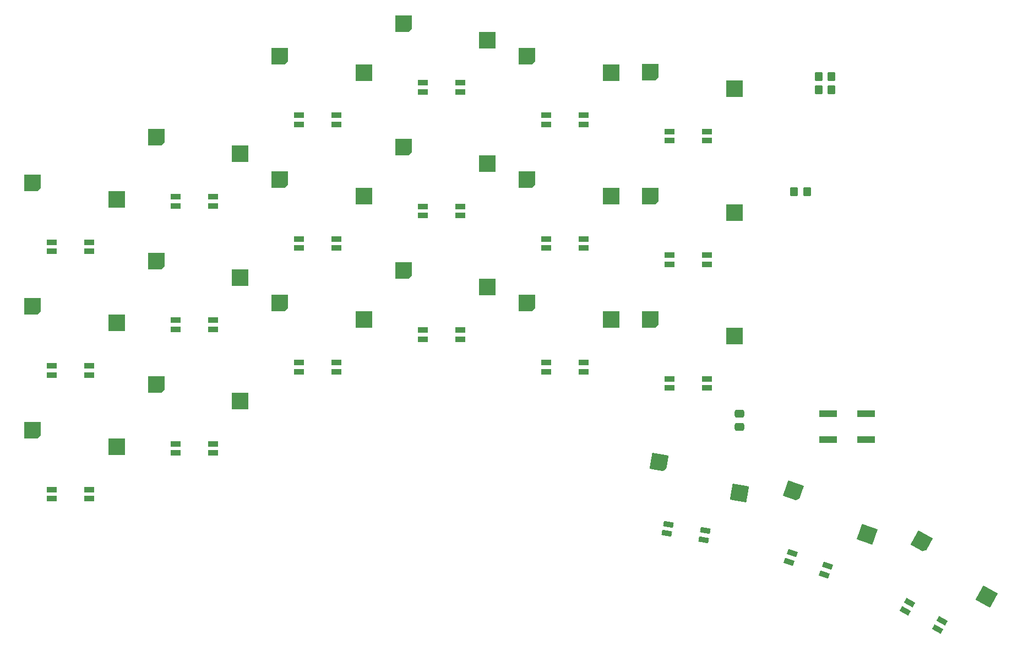
<source format=gtp>
G04 #@! TF.GenerationSoftware,KiCad,Pcbnew,8.0.1*
G04 #@! TF.CreationDate,2024-06-04T22:11:00+02:00*
G04 #@! TF.ProjectId,cornia,636f726e-6961-42e6-9b69-6361645f7063,rev?*
G04 #@! TF.SameCoordinates,Original*
G04 #@! TF.FileFunction,Paste,Top*
G04 #@! TF.FilePolarity,Positive*
%FSLAX46Y46*%
G04 Gerber Fmt 4.6, Leading zero omitted, Abs format (unit mm)*
G04 Created by KiCad (PCBNEW 8.0.1) date 2024-06-04 22:11:00*
%MOMM*%
%LPD*%
G01*
G04 APERTURE LIST*
G04 Aperture macros list*
%AMRoundRect*
0 Rectangle with rounded corners*
0 $1 Rounding radius*
0 $2 $3 $4 $5 $6 $7 $8 $9 X,Y pos of 4 corners*
0 Add a 4 corners polygon primitive as box body*
4,1,4,$2,$3,$4,$5,$6,$7,$8,$9,$2,$3,0*
0 Add four circle primitives for the rounded corners*
1,1,$1+$1,$2,$3*
1,1,$1+$1,$4,$5*
1,1,$1+$1,$6,$7*
1,1,$1+$1,$8,$9*
0 Add four rect primitives between the rounded corners*
20,1,$1+$1,$2,$3,$4,$5,0*
20,1,$1+$1,$4,$5,$6,$7,0*
20,1,$1+$1,$6,$7,$8,$9,0*
20,1,$1+$1,$8,$9,$2,$3,0*%
%AMRotRect*
0 Rectangle, with rotation*
0 The origin of the aperture is its center*
0 $1 length*
0 $2 width*
0 $3 Rotation angle, in degrees counterclockwise*
0 Add horizontal line*
21,1,$1,$2,0,0,$3*%
%AMOutline5P*
0 Free polygon, 5 corners , with rotation*
0 The origin of the aperture is its center*
0 number of corners: always 5*
0 $1 to $10 corner X, Y*
0 $11 Rotation angle, in degrees counterclockwise*
0 create outline with 5 corners*
4,1,5,$1,$2,$3,$4,$5,$6,$7,$8,$9,$10,$1,$2,$11*%
%AMOutline6P*
0 Free polygon, 6 corners , with rotation*
0 The origin of the aperture is its center*
0 number of corners: always 6*
0 $1 to $12 corner X, Y*
0 $13 Rotation angle, in degrees counterclockwise*
0 create outline with 6 corners*
4,1,6,$1,$2,$3,$4,$5,$6,$7,$8,$9,$10,$11,$12,$1,$2,$13*%
%AMOutline7P*
0 Free polygon, 7 corners , with rotation*
0 The origin of the aperture is its center*
0 number of corners: always 7*
0 $1 to $14 corner X, Y*
0 $15 Rotation angle, in degrees counterclockwise*
0 create outline with 7 corners*
4,1,7,$1,$2,$3,$4,$5,$6,$7,$8,$9,$10,$11,$12,$13,$14,$1,$2,$15*%
%AMOutline8P*
0 Free polygon, 8 corners , with rotation*
0 The origin of the aperture is its center*
0 number of corners: always 8*
0 $1 to $16 corner X, Y*
0 $17 Rotation angle, in degrees counterclockwise*
0 create outline with 8 corners*
4,1,8,$1,$2,$3,$4,$5,$6,$7,$8,$9,$10,$11,$12,$13,$14,$15,$16,$1,$2,$17*%
G04 Aperture macros list end*
%ADD10R,2.550000X2.500000*%
%ADD11Outline5P,-1.275000X0.800000X-0.825000X1.250000X1.275000X1.250000X1.275000X-1.250000X-1.275000X-1.250000X180.000000*%
%ADD12RoundRect,0.250000X-0.475000X0.337500X-0.475000X-0.337500X0.475000X-0.337500X0.475000X0.337500X0*%
%ADD13R,1.540000X0.825000*%
%ADD14R,1.540000X0.822500*%
%ADD15R,2.800000X1.000000*%
%ADD16RotRect,1.540000X0.825000X150.970000*%
%ADD17RotRect,1.540000X0.822500X150.970000*%
%ADD18RotRect,2.550000X2.500000X150.970000*%
%ADD19Outline5P,-1.275000X0.800000X-0.825000X1.250000X1.275000X1.250000X1.275000X-1.250000X-1.275000X-1.250000X150.970000*%
%ADD20RotRect,1.540000X0.825000X170.170000*%
%ADD21RotRect,1.540000X0.822500X170.170000*%
%ADD22RotRect,2.550000X2.500000X160.570000*%
%ADD23Outline5P,-1.275000X0.800000X-0.825000X1.250000X1.275000X1.250000X1.275000X-1.250000X-1.275000X-1.250000X160.570000*%
%ADD24RotRect,1.540000X0.825000X160.570000*%
%ADD25RotRect,1.540000X0.822500X160.570000*%
%ADD26RoundRect,0.250000X0.350000X0.450000X-0.350000X0.450000X-0.350000X-0.450000X0.350000X-0.450000X0*%
%ADD27RotRect,2.550000X2.500000X170.171000*%
%ADD28Outline5P,-1.275000X0.800000X-0.825000X1.250000X1.275000X1.250000X1.275000X-1.250000X-1.275000X-1.250000X170.171000*%
%ADD29RoundRect,0.250000X-0.350000X-0.450000X0.350000X-0.450000X0.350000X0.450000X-0.350000X0.450000X0*%
G04 APERTURE END LIST*
D10*
X37253600Y-90148750D03*
D11*
X24326600Y-87608750D03*
D10*
X132253600Y-73148750D03*
D11*
X119326600Y-70608750D03*
D12*
X132973660Y-85067028D03*
X132973660Y-87142028D03*
D13*
X27288600Y-79138750D03*
X27288600Y-77738750D03*
X33048600Y-77738750D03*
D14*
X33048600Y-79140000D03*
D10*
X37253600Y-71148750D03*
D11*
X24326600Y-68608750D03*
D15*
X152468600Y-89088750D03*
X146668600Y-89088750D03*
X152468600Y-85088750D03*
X146668600Y-85088750D03*
D16*
X158475718Y-115366473D03*
X159155093Y-114142361D03*
X164191440Y-116937501D03*
D17*
X163511458Y-118162706D03*
D13*
X46288600Y-53138750D03*
X46288600Y-51738750D03*
X52048600Y-51738750D03*
D14*
X52048600Y-53140000D03*
D18*
X171066061Y-113215981D03*
D19*
X160995714Y-104722039D03*
D13*
X103288600Y-78638750D03*
X103288600Y-77238750D03*
X109048600Y-77238750D03*
D14*
X109048600Y-78640000D03*
D13*
X84288600Y-73638750D03*
X84288600Y-72238750D03*
X90048600Y-72238750D03*
D14*
X90048600Y-73640000D03*
D13*
X122288600Y-43138750D03*
X122288600Y-41738750D03*
X128048600Y-41738750D03*
D14*
X128048600Y-43140000D03*
D20*
X121810429Y-103457048D03*
X122049444Y-102077602D03*
X127724879Y-103060980D03*
D21*
X127485650Y-104441658D03*
D10*
X94253600Y-27648750D03*
D11*
X81326600Y-25108750D03*
D13*
X65288600Y-59638750D03*
X65288600Y-58238750D03*
X71048600Y-58238750D03*
D14*
X71048600Y-59640000D03*
D22*
X152695043Y-103650267D03*
D23*
X141349197Y-96954693D03*
D10*
X75253600Y-32648750D03*
D11*
X62326600Y-30108750D03*
D10*
X94253600Y-65648750D03*
D11*
X81326600Y-63108750D03*
D10*
X56253600Y-83148750D03*
D11*
X43326600Y-80608750D03*
D13*
X84288600Y-54638750D03*
X84288600Y-53238750D03*
X90048600Y-53238750D03*
D14*
X90048600Y-54640000D03*
D10*
X132253600Y-35148750D03*
D11*
X119326600Y-32608750D03*
D13*
X122288600Y-81138750D03*
X122288600Y-79738750D03*
X128048600Y-79738750D03*
D14*
X128048600Y-81140000D03*
D24*
X140639651Y-107870319D03*
X141105367Y-106550051D03*
X146537327Y-108466143D03*
D25*
X146071195Y-109787590D03*
D13*
X65288600Y-78638750D03*
X65288600Y-77238750D03*
X71048600Y-77238750D03*
D14*
X71048600Y-78640000D03*
D26*
X147168600Y-33288750D03*
X145168600Y-33288750D03*
D10*
X75253600Y-51648750D03*
D11*
X62326600Y-49108750D03*
D10*
X113253600Y-70648750D03*
D11*
X100326600Y-68108750D03*
D13*
X65288600Y-40638750D03*
X65288600Y-39238750D03*
X71048600Y-39238750D03*
D14*
X71048600Y-40640000D03*
D10*
X113253600Y-32648750D03*
D11*
X100326600Y-30108750D03*
D27*
X132993203Y-97285501D03*
D28*
X120689549Y-92576039D03*
D10*
X132253600Y-54148750D03*
D11*
X119326600Y-51608750D03*
D10*
X37253600Y-52148750D03*
D11*
X24326600Y-49608750D03*
D13*
X103288600Y-59638750D03*
X103288600Y-58238750D03*
X109048600Y-58238750D03*
D14*
X109048600Y-59640000D03*
D10*
X56253600Y-64148750D03*
D11*
X43326600Y-61608750D03*
D13*
X103288600Y-40638750D03*
X103288600Y-39238750D03*
X109048600Y-39238750D03*
D14*
X109048600Y-40640000D03*
D13*
X122288600Y-62138750D03*
X122288600Y-60738750D03*
X128048600Y-60738750D03*
D14*
X128048600Y-62140000D03*
D10*
X56253600Y-45148750D03*
D11*
X43326600Y-42608750D03*
D13*
X27288600Y-98138750D03*
X27288600Y-96738750D03*
X33048600Y-96738750D03*
D14*
X33048600Y-98140000D03*
D13*
X46288600Y-91138750D03*
X46288600Y-89738750D03*
X52048600Y-89738750D03*
D14*
X52048600Y-91140000D03*
D13*
X46288600Y-72138750D03*
X46288600Y-70738750D03*
X52048600Y-70738750D03*
D14*
X52048600Y-72140000D03*
D10*
X75253600Y-70648750D03*
D11*
X62326600Y-68108750D03*
D26*
X147168600Y-35288750D03*
X145168600Y-35288750D03*
D13*
X27288600Y-60138750D03*
X27288600Y-58738750D03*
X33048600Y-58738750D03*
D14*
X33048600Y-60140000D03*
D10*
X113253600Y-51648750D03*
D11*
X100326600Y-49108750D03*
D13*
X84288600Y-35638750D03*
X84288600Y-34238750D03*
X90048600Y-34238750D03*
D14*
X90048600Y-35640000D03*
D29*
X141400000Y-51000000D03*
X143400000Y-51000000D03*
D10*
X94253600Y-46648750D03*
D11*
X81326600Y-44108750D03*
M02*

</source>
